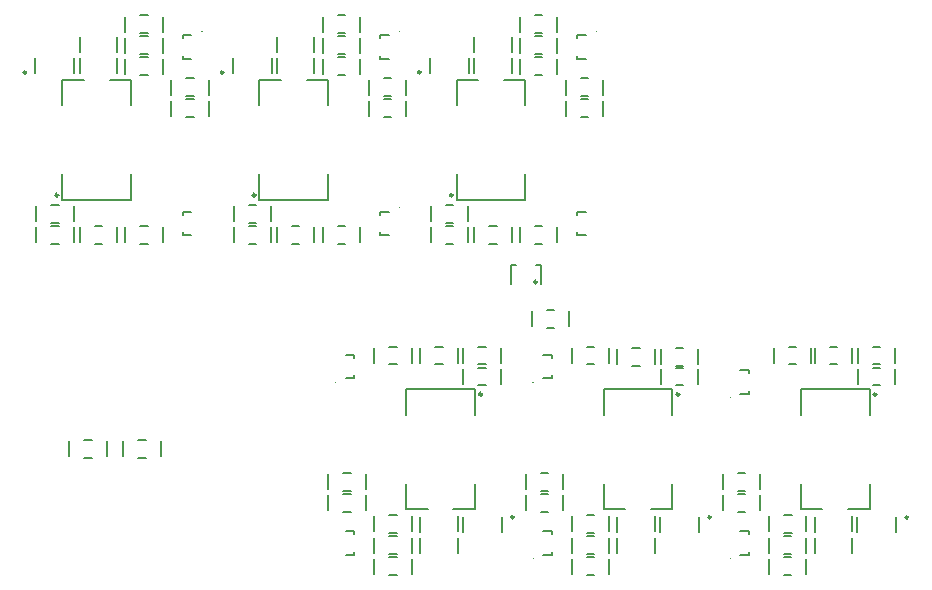
<source format=gbo>
G04*
G04 #@! TF.GenerationSoftware,Altium Limited,Altium Designer,22.1.2 (22)*
G04*
G04 Layer_Color=32896*
%FSAX42Y42*%
%MOMM*%
G71*
G04*
G04 #@! TF.SameCoordinates,0EE806D4-B871-489F-9783-670BAA343DA3*
G04*
G04*
G04 #@! TF.FilePolarity,Positive*
G04*
G01*
G75*
%ADD10C,0.25*%
%ADD11C,0.25*%
%ADD13C,0.20*%
%ADD14C,0.15*%
%ADD83C,0.10*%
D10*
X007886Y002395D02*
G03*
X007886Y002395I-000012J000000D01*
G01*
X006216D02*
G03*
X006216Y002395I-000012J000000D01*
G01*
X004546D02*
G03*
X004546Y002395I-000012J000000D01*
G01*
X004299Y004081D02*
G03*
X004299Y004081I-000012J000000D01*
G01*
X000959D02*
G03*
X000959Y004081I-000012J000000D01*
G01*
X002629D02*
G03*
X002629Y004081I-000012J000000D01*
G01*
X005012Y003345D02*
G03*
X005012Y003345I-000012J000000D01*
G01*
D11*
X008154Y001355D02*
G03*
X008154Y001355I-000010J000000D01*
G01*
X006484D02*
G03*
X006484Y001355I-000010J000000D01*
G01*
X004814D02*
G03*
X004814Y001355I-000010J000000D01*
G01*
X004026Y005121D02*
G03*
X004026Y005121I-000010J000000D01*
G01*
X000686D02*
G03*
X000686Y005121I-000010J000000D01*
G01*
X002356D02*
G03*
X002356Y005121I-000010J000000D01*
G01*
D13*
X007246Y001422D02*
Y001635D01*
Y002220D02*
Y002438D01*
X007829Y002220D02*
Y002438D01*
Y001422D02*
Y001635D01*
X007246Y002438D02*
X007829D01*
X007644Y001422D02*
X007829D01*
X007246D02*
X007427D01*
X005576D02*
X005757D01*
X005974D02*
X006159D01*
X005576Y002438D02*
X006159D01*
Y001422D02*
Y001635D01*
Y002220D02*
Y002438D01*
X005576Y002220D02*
Y002438D01*
Y001422D02*
Y001635D01*
X003906Y001422D02*
Y001635D01*
Y002220D02*
Y002438D01*
X004489Y002220D02*
Y002438D01*
Y001422D02*
Y001635D01*
X003906Y002438D02*
X004489D01*
X004304Y001422D02*
X004489D01*
X003906D02*
X004087D01*
X004733Y005054D02*
X004914D01*
X004331D02*
X004516D01*
X004331Y004038D02*
X004914D01*
X004331Y004841D02*
Y005054D01*
Y004038D02*
Y004256D01*
X004914Y004038D02*
Y004256D01*
Y004841D02*
Y005054D01*
X001574Y004841D02*
Y005054D01*
Y004038D02*
Y004256D01*
X000991Y004038D02*
Y004256D01*
Y004841D02*
Y005054D01*
Y004038D02*
X001574D01*
X000991Y005054D02*
X001176D01*
X001393D02*
X001574D01*
X003063D02*
X003244D01*
X002661D02*
X002846D01*
X002661Y004038D02*
X003244D01*
X002661Y004841D02*
Y005054D01*
Y004038D02*
Y004256D01*
X003244Y004038D02*
Y004256D01*
Y004841D02*
Y005054D01*
X006734Y001035D02*
X006807D01*
Y001060D01*
X006734Y001235D02*
X006807D01*
Y001210D02*
Y001235D01*
X006735Y002400D02*
X006807D01*
Y002425D01*
X006735Y002600D02*
X006807D01*
Y002575D02*
Y002600D01*
X003394Y001035D02*
X003467D01*
Y001060D01*
X003394Y001235D02*
X003467D01*
Y001210D02*
Y001235D01*
X003395Y002530D02*
X003467D01*
Y002555D01*
X003395Y002730D02*
X003467D01*
Y002705D02*
Y002730D01*
X005137Y001210D02*
Y001235D01*
X005064D02*
X005137D01*
Y001035D02*
Y001060D01*
X005064Y001035D02*
X005137D01*
X005137Y002705D02*
Y002730D01*
X005065D02*
X005137D01*
Y002530D02*
Y002555D01*
X005065Y002530D02*
X005137D01*
X002013Y003940D02*
X002085D01*
X002013Y003915D02*
Y003940D01*
Y003740D02*
X002085D01*
X002013D02*
Y003765D01*
X002013Y005435D02*
X002086D01*
X002013Y005410D02*
Y005435D01*
Y005235D02*
X002086D01*
X002013D02*
Y005260D01*
X003683Y003940D02*
X003755D01*
X003683Y003915D02*
Y003940D01*
Y003740D02*
X003755D01*
X003683D02*
Y003765D01*
X003683Y005435D02*
X003756D01*
X003683Y005410D02*
Y005435D01*
Y005235D02*
X003756D01*
X003683D02*
Y005260D01*
X005353Y005435D02*
X005426D01*
X005353Y005410D02*
Y005435D01*
Y005235D02*
X005426D01*
X005353D02*
Y005260D01*
X005353Y003940D02*
X005425D01*
X005353Y003915D02*
Y003940D01*
Y003740D02*
X005425D01*
X005353D02*
Y003765D01*
X004790Y003490D02*
X004835D01*
X005005D02*
X005050D01*
Y003328D02*
Y003490D01*
X004790Y003328D02*
Y003490D01*
D14*
X007680Y001053D02*
Y001180D01*
X007363Y001053D02*
Y001180D01*
X007724Y001232D02*
Y001359D01*
X008054Y001232D02*
Y001359D01*
X007363Y001232D02*
Y001359D01*
X007681Y001235D02*
Y001362D01*
X006011Y001235D02*
Y001362D01*
X005693Y001232D02*
Y001359D01*
X006384Y001232D02*
Y001359D01*
X006054Y001232D02*
Y001359D01*
X005693Y001053D02*
Y001180D01*
X006010Y001053D02*
Y001180D01*
X004340Y001053D02*
Y001180D01*
X004023Y001053D02*
Y001180D01*
X004384Y001232D02*
Y001359D01*
X004714Y001232D02*
Y001359D01*
X004023Y001232D02*
Y001359D01*
X004341Y001235D02*
Y001362D01*
X004479Y005114D02*
Y005241D01*
X004797Y005117D02*
Y005244D01*
X004106Y005117D02*
Y005244D01*
X004436Y005117D02*
Y005244D01*
X004797Y005296D02*
Y005423D01*
X004480Y005296D02*
Y005423D01*
X001140Y005296D02*
Y005423D01*
X001457Y005296D02*
Y005423D01*
X001096Y005117D02*
Y005244D01*
X000766Y005117D02*
Y005244D01*
X001457Y005117D02*
Y005244D01*
X001139Y005114D02*
Y005241D01*
X002809Y005114D02*
Y005241D01*
X003127Y005117D02*
Y005244D01*
X002436Y005117D02*
Y005244D01*
X002766Y005117D02*
Y005244D01*
X003127Y005296D02*
Y005423D01*
X002810Y005296D02*
Y005423D01*
X007143Y002647D02*
X007206D01*
X007143Y002799D02*
X007206D01*
X007016Y002660D02*
Y002787D01*
X007333Y002660D02*
Y002787D01*
X007855Y002647D02*
X007919D01*
X007855Y002799D02*
X007919D01*
X007728Y002660D02*
Y002787D01*
X008046Y002660D02*
Y002787D01*
X007490Y002647D02*
X007554D01*
X007490Y002799D02*
X007554D01*
X007363Y002660D02*
Y002787D01*
X007681Y002660D02*
Y002787D01*
X007103Y001221D02*
X007167D01*
X007103Y001373D02*
X007167D01*
X006976Y001233D02*
Y001360D01*
X007293Y001233D02*
Y001360D01*
X006713Y001399D02*
X006776D01*
X006713Y001551D02*
X006776D01*
X006586Y001412D02*
Y001539D01*
X006903Y001412D02*
Y001539D01*
X007855Y002621D02*
X007919D01*
X007855Y002469D02*
X007919D01*
X008046Y002481D02*
Y002608D01*
X007728Y002481D02*
Y002608D01*
X007103Y000864D02*
X007166D01*
X007103Y001016D02*
X007166D01*
X006976Y000877D02*
Y001004D01*
X007293Y000877D02*
Y001004D01*
X007103Y001042D02*
X007166D01*
X007103Y001195D02*
X007166D01*
X006976Y001055D02*
Y001182D01*
X007293Y001055D02*
Y001182D01*
X006713Y001730D02*
X006776D01*
X006713Y001577D02*
X006776D01*
X006903Y001590D02*
Y001717D01*
X006586Y001590D02*
Y001717D01*
X004388Y002481D02*
Y002608D01*
X004706Y002481D02*
Y002608D01*
X004515Y002469D02*
X004579D01*
X004515Y002621D02*
X004579D01*
X003953Y000877D02*
Y001004D01*
X003636Y000877D02*
Y001004D01*
X003763Y001016D02*
X003826D01*
X003763Y000864D02*
X003826D01*
X004706Y002660D02*
Y002787D01*
X004388Y002660D02*
Y002787D01*
X004515Y002799D02*
X004579D01*
X004515Y002647D02*
X004579D01*
X004341Y002660D02*
Y002787D01*
X004023Y002660D02*
Y002787D01*
X004150Y002799D02*
X004214D01*
X004150Y002647D02*
X004214D01*
X003563Y001412D02*
Y001539D01*
X003246Y001412D02*
Y001539D01*
X003373Y001551D02*
X003436D01*
X003373Y001399D02*
X003436D01*
X003953Y002660D02*
Y002787D01*
X003636Y002660D02*
Y002787D01*
X003763Y002799D02*
X003826D01*
X003763Y002647D02*
X003826D01*
X003953Y001055D02*
Y001182D01*
X003636Y001055D02*
Y001182D01*
X003763Y001195D02*
X003826D01*
X003763Y001042D02*
X003826D01*
X003953Y001233D02*
Y001360D01*
X003636Y001233D02*
Y001360D01*
X003763Y001373D02*
X003826D01*
X003763Y001221D02*
X003826D01*
X003246Y001590D02*
Y001717D01*
X003563Y001590D02*
Y001717D01*
X003373Y001577D02*
X003436D01*
X003373Y001730D02*
X003436D01*
X005623Y001055D02*
Y001182D01*
X005306Y001055D02*
Y001182D01*
X005433Y001195D02*
X005496D01*
X005433Y001042D02*
X005496D01*
X006376Y002650D02*
Y002777D01*
X006058Y002650D02*
Y002777D01*
X006185Y002789D02*
X006249D01*
X006185Y002637D02*
X006249D01*
X006011Y002650D02*
Y002777D01*
X005693Y002650D02*
Y002777D01*
X005820Y002789D02*
X005884D01*
X005820Y002637D02*
X005884D01*
X005624Y001233D02*
Y001360D01*
X005306Y001233D02*
Y001360D01*
X005433Y001373D02*
X005497D01*
X005433Y001221D02*
X005497D01*
X005233Y001412D02*
Y001539D01*
X004916Y001412D02*
Y001539D01*
X005043Y001551D02*
X005106D01*
X005043Y001399D02*
X005106D01*
X005623Y000877D02*
Y001004D01*
X005306Y000877D02*
Y001004D01*
X005433Y001016D02*
X005496D01*
X005433Y000864D02*
X005496D01*
X005623Y002660D02*
Y002787D01*
X005306Y002660D02*
Y002787D01*
X005433Y002799D02*
X005496D01*
X005433Y002647D02*
X005496D01*
X004916Y001590D02*
Y001717D01*
X005233Y001590D02*
Y001717D01*
X005043Y001577D02*
X005106D01*
X005043Y001730D02*
X005106D01*
X006058Y002481D02*
Y002608D01*
X006376Y002481D02*
Y002608D01*
X006185Y002469D02*
X006249D01*
X006185Y002621D02*
X006249D01*
X001828Y001869D02*
Y001996D01*
X001511Y001869D02*
Y001996D01*
X001638Y002009D02*
X001701D01*
X001638Y001856D02*
X001701D01*
X001052Y001869D02*
Y001996D01*
X001369Y001869D02*
Y001996D01*
X001178Y001856D02*
X001242D01*
X001178Y002009D02*
X001242D01*
X002809Y003683D02*
Y003810D01*
X003127Y003683D02*
Y003810D01*
X002936Y003671D02*
X003000D01*
X002936Y003823D02*
X003000D01*
X002234Y004753D02*
Y004880D01*
X001917Y004753D02*
Y004880D01*
X002044Y004893D02*
X002107D01*
X002044Y004740D02*
X002107D01*
X001527Y005288D02*
Y005415D01*
X001844Y005288D02*
Y005415D01*
X001654Y005275D02*
X001717D01*
X001654Y005428D02*
X001717D01*
X001527Y003683D02*
Y003810D01*
X001844Y003683D02*
Y003810D01*
X001654Y003671D02*
X001717D01*
X001654Y003823D02*
X001717D01*
X001527Y005466D02*
Y005593D01*
X001844Y005466D02*
Y005593D01*
X001654Y005454D02*
X001717D01*
X001654Y005606D02*
X001717D01*
X001092Y003862D02*
Y003989D01*
X000774Y003862D02*
Y003989D01*
X000901Y004001D02*
X000965D01*
X000901Y003849D02*
X000965D01*
X001917Y004931D02*
Y005058D01*
X002234Y004931D02*
Y005058D01*
X002044Y004919D02*
X002107D01*
X002044Y005071D02*
X002107D01*
X001527Y005110D02*
Y005237D01*
X001844Y005110D02*
Y005237D01*
X001653Y005097D02*
X001717D01*
X001653Y005249D02*
X001717D01*
X001139Y003683D02*
Y003810D01*
X001457Y003683D02*
Y003810D01*
X001266Y003671D02*
X001330D01*
X001266Y003823D02*
X001330D01*
X000774Y003683D02*
Y003810D01*
X001092Y003683D02*
Y003810D01*
X000901Y003671D02*
X000965D01*
X000901Y003823D02*
X000965D01*
X003904Y004753D02*
Y004880D01*
X003587Y004753D02*
Y004880D01*
X003714Y004893D02*
X003777D01*
X003714Y004740D02*
X003777D01*
X003197Y005288D02*
Y005415D01*
X003514Y005288D02*
Y005415D01*
X003324Y005275D02*
X003387D01*
X003324Y005428D02*
X003387D01*
X003197Y003683D02*
Y003810D01*
X003514Y003683D02*
Y003810D01*
X003324Y003671D02*
X003387D01*
X003324Y003823D02*
X003387D01*
X003197Y005466D02*
Y005593D01*
X003514Y005466D02*
Y005593D01*
X003324Y005454D02*
X003387D01*
X003324Y005606D02*
X003387D01*
X002762Y003862D02*
Y003989D01*
X002444Y003862D02*
Y003989D01*
X002571Y004001D02*
X002635D01*
X002571Y003849D02*
X002635D01*
X003587Y004931D02*
Y005058D01*
X003904Y004931D02*
Y005058D01*
X003714Y004919D02*
X003777D01*
X003714Y005071D02*
X003777D01*
X003197Y005110D02*
Y005237D01*
X003514Y005110D02*
Y005237D01*
X003324Y005097D02*
X003387D01*
X003324Y005249D02*
X003387D01*
X002444Y003683D02*
Y003810D01*
X002762Y003683D02*
Y003810D01*
X002571Y003671D02*
X002635D01*
X002571Y003823D02*
X002635D01*
X004114Y003683D02*
Y003810D01*
X004432Y003683D02*
Y003810D01*
X004241Y003671D02*
X004305D01*
X004241Y003823D02*
X004305D01*
X004479Y003683D02*
Y003810D01*
X004797Y003683D02*
Y003810D01*
X004606Y003671D02*
X004670D01*
X004606Y003823D02*
X004670D01*
X004867Y005110D02*
Y005237D01*
X005184Y005110D02*
Y005237D01*
X004994Y005097D02*
X005057D01*
X004994Y005249D02*
X005057D01*
X005257Y004931D02*
Y005058D01*
X005574Y004931D02*
Y005058D01*
X005384Y004919D02*
X005447D01*
X005384Y005071D02*
X005447D01*
X004432Y003862D02*
Y003989D01*
X004114Y003862D02*
Y003989D01*
X004241Y004001D02*
X004305D01*
X004241Y003849D02*
X004305D01*
X004867Y005466D02*
Y005593D01*
X005184Y005466D02*
Y005593D01*
X004994Y005454D02*
X005057D01*
X004994Y005606D02*
X005057D01*
X004867Y003683D02*
Y003810D01*
X005184Y003683D02*
Y003810D01*
X004994Y003671D02*
X005057D01*
X004994Y003823D02*
X005057D01*
X004867Y005288D02*
Y005415D01*
X005184Y005288D02*
Y005415D01*
X004994Y005275D02*
X005057D01*
X004994Y005428D02*
X005057D01*
X005574Y004753D02*
Y004880D01*
X005257Y004753D02*
Y004880D01*
X005384Y004893D02*
X005447D01*
X005384Y004740D02*
X005447D01*
X005283Y002970D02*
Y003097D01*
X004966Y002970D02*
Y003097D01*
X005093Y003110D02*
X005156D01*
X005093Y002957D02*
X005156D01*
D83*
X006652Y001002D02*
G03*
X006652Y001002I-000005J000000D01*
G01*
X006652Y002367D02*
G03*
X006652Y002367I-000005J000000D01*
G01*
X003312Y001002D02*
G03*
X003312Y001002I-000005J000000D01*
G01*
X003312Y002498D02*
G03*
X003312Y002498I-000005J000000D01*
G01*
X004982Y001002D02*
G03*
X004982Y001002I-000005J000000D01*
G01*
X004982Y002498D02*
G03*
X004982Y002498I-000005J000000D01*
G01*
X002178Y003972D02*
G03*
X002178Y003972I-000005J000000D01*
G01*
X002178Y005468D02*
G03*
X002178Y005468I-000005J000000D01*
G01*
X003848Y003972D02*
G03*
X003848Y003972I-000005J000000D01*
G01*
X003848Y005468D02*
G03*
X003848Y005468I-000005J000000D01*
G01*
X005518D02*
G03*
X005518Y005468I-000005J000000D01*
G01*
X005518Y003972D02*
G03*
X005518Y003972I-000005J000000D01*
G01*
M02*

</source>
